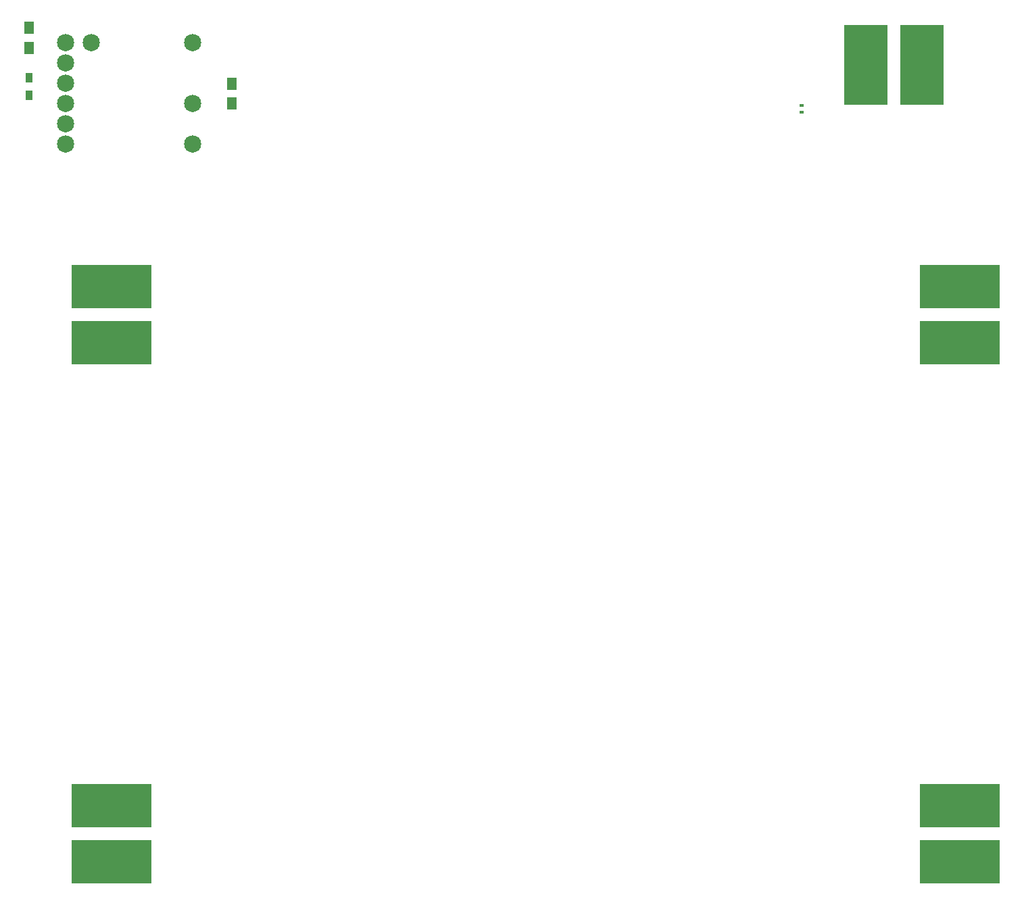
<source format=gbr>
G04 #@! TF.FileFunction,Paste,Top*
%FSLAX46Y46*%
G04 Gerber Fmt 4.6, Leading zero omitted, Abs format (unit mm)*
G04 Created by KiCad (PCBNEW 4.0.5) date Wed Mar 22 03:01:49 2017*
%MOMM*%
%LPD*%
G01*
G04 APERTURE LIST*
%ADD10C,0.100000*%
%ADD11R,1.250000X1.500000*%
%ADD12R,5.500000X10.000000*%
%ADD13R,10.000000X5.500000*%
%ADD14R,0.900000X1.200000*%
%ADD15C,2.160000*%
%ADD16R,0.600000X0.400000*%
G04 APERTURE END LIST*
D10*
D11*
X92000000Y-41350000D03*
X92000000Y-43850000D03*
D12*
X203800000Y-46050000D03*
X196800000Y-46050000D03*
D13*
X102300000Y-145800000D03*
X102300000Y-138800000D03*
X208550000Y-80800000D03*
X208550000Y-73800000D03*
X208550000Y-145800000D03*
X208550000Y-138800000D03*
X102300000Y-80800000D03*
X102300000Y-73800000D03*
D14*
X92000000Y-49800000D03*
X92000000Y-47600000D03*
D15*
X112420000Y-43180000D03*
X99720000Y-43180000D03*
X96550000Y-43180000D03*
X112420000Y-55880000D03*
X112420000Y-50800000D03*
X96550000Y-45720000D03*
X96550000Y-48260000D03*
X96550000Y-50800000D03*
X96550000Y-53340000D03*
X96550000Y-55880000D03*
D11*
X117400000Y-48350000D03*
X117400000Y-50850000D03*
D16*
X188700000Y-51950000D03*
X188700000Y-51050000D03*
M02*

</source>
